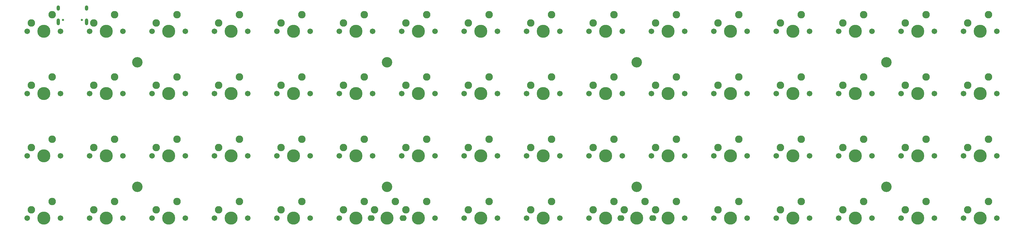
<source format=gbr>
%TF.GenerationSoftware,KiCad,Pcbnew,(6.0.0)*%
%TF.CreationDate,2022-09-01T01:50:03-04:00*%
%TF.ProjectId,HardLight,48617264-4c69-4676-9874-2e6b69636164,Mark 2 Rev F*%
%TF.SameCoordinates,Original*%
%TF.FileFunction,Soldermask,Top*%
%TF.FilePolarity,Negative*%
%FSLAX46Y46*%
G04 Gerber Fmt 4.6, Leading zero omitted, Abs format (unit mm)*
G04 Created by KiCad (PCBNEW (6.0.0)) date 2022-09-01 01:50:03*
%MOMM*%
%LPD*%
G01*
G04 APERTURE LIST*
%ADD10C,0.650000*%
%ADD11O,1.000000X1.600000*%
%ADD12O,1.000000X2.100000*%
%ADD13C,3.987800*%
%ADD14C,1.701800*%
%ADD15C,2.286000*%
%ADD16C,3.200000*%
%ADD17O,2.150000X1.750000*%
G04 APERTURE END LIST*
D10*
%TO.C,J0*%
X50515000Y-77555400D03*
X44735000Y-77555400D03*
D11*
X43305000Y-73905400D03*
D12*
X43305000Y-78085400D03*
D11*
X51945000Y-73905400D03*
D12*
X51945000Y-78085400D03*
%TD*%
D13*
%TO.C,K2*%
X57943750Y-80962500D03*
D14*
X52863750Y-80962500D03*
X63023750Y-80962500D03*
D15*
X60483750Y-75882500D03*
X54133750Y-78422500D03*
%TD*%
D14*
%TO.C,K3*%
X82073750Y-80949800D03*
D13*
X76993750Y-80949800D03*
D14*
X71913750Y-80949800D03*
D15*
X79533750Y-75869800D03*
X73183750Y-78409800D03*
%TD*%
D13*
%TO.C,K6*%
X134143750Y-80962500D03*
D14*
X129063750Y-80962500D03*
X139223750Y-80962500D03*
D15*
X136683750Y-75882500D03*
X130333750Y-78422500D03*
%TD*%
D14*
%TO.C,K7*%
X148113750Y-80962500D03*
X158273750Y-80962500D03*
D13*
X153193750Y-80962500D03*
D15*
X155733750Y-75882500D03*
X149383750Y-78422500D03*
%TD*%
D14*
%TO.C,K8*%
X167163750Y-80962500D03*
X177323750Y-80962500D03*
D13*
X172243750Y-80962500D03*
D15*
X174783750Y-75882500D03*
X168433750Y-78422500D03*
%TD*%
D14*
%TO.C,K9*%
X186213750Y-80962500D03*
D13*
X191293750Y-80962500D03*
D14*
X196373750Y-80962500D03*
D15*
X193833750Y-75882500D03*
X187483750Y-78422500D03*
%TD*%
D14*
%TO.C,K10*%
X205263750Y-80962500D03*
X215423750Y-80962500D03*
D13*
X210343750Y-80962500D03*
D15*
X212883750Y-75882500D03*
X206533750Y-78422500D03*
%TD*%
D14*
%TO.C,K11*%
X224313750Y-80962500D03*
D13*
X229393750Y-80962500D03*
D14*
X234473750Y-80962500D03*
D15*
X231933750Y-75882500D03*
X225583750Y-78422500D03*
%TD*%
D14*
%TO.C,K12*%
X243363750Y-80962500D03*
D13*
X248443750Y-80962500D03*
D14*
X253523750Y-80962500D03*
D15*
X250983750Y-75882500D03*
X244633750Y-78422500D03*
%TD*%
D14*
%TO.C,K13*%
X272573750Y-80962500D03*
D13*
X267493750Y-80962500D03*
D14*
X262413750Y-80962500D03*
D15*
X270033750Y-75882500D03*
X263683750Y-78422500D03*
%TD*%
D13*
%TO.C,K14*%
X286543750Y-80962500D03*
D14*
X291623750Y-80962500D03*
X281463750Y-80962500D03*
D15*
X289083750Y-75882500D03*
X282733750Y-78422500D03*
%TD*%
D13*
%TO.C,K15*%
X305593750Y-80962500D03*
D14*
X300513750Y-80962500D03*
X310673750Y-80962500D03*
D15*
X308133750Y-75882500D03*
X301783750Y-78422500D03*
%TD*%
D14*
%TO.C,K16*%
X319563750Y-80962500D03*
D13*
X324643750Y-80962500D03*
D14*
X329723750Y-80962500D03*
D15*
X327183750Y-75882500D03*
X320833750Y-78422500D03*
%TD*%
D13*
%TO.C,K17*%
X38893750Y-100012500D03*
D14*
X43973750Y-100012500D03*
X33813750Y-100012500D03*
D15*
X41433750Y-94932500D03*
X35083750Y-97472500D03*
%TD*%
D14*
%TO.C,K18*%
X63023750Y-100012500D03*
D13*
X57943750Y-100012500D03*
D14*
X52863750Y-100012500D03*
D15*
X60483750Y-94932500D03*
X54133750Y-97472500D03*
%TD*%
D13*
%TO.C,K19*%
X76993750Y-100012500D03*
D14*
X71913750Y-100012500D03*
X82073750Y-100012500D03*
D15*
X79533750Y-94932500D03*
X73183750Y-97472500D03*
%TD*%
D13*
%TO.C,K22*%
X134143750Y-100012500D03*
D14*
X129063750Y-100012500D03*
X139223750Y-100012500D03*
D15*
X136683750Y-94932500D03*
X130333750Y-97472500D03*
%TD*%
D14*
%TO.C,K23*%
X158273750Y-100012500D03*
X148113750Y-100012500D03*
D13*
X153193750Y-100012500D03*
D15*
X155733750Y-94932500D03*
X149383750Y-97472500D03*
%TD*%
D13*
%TO.C,K24*%
X172243750Y-100012500D03*
D14*
X167163750Y-100012500D03*
X177323750Y-100012500D03*
D15*
X174783750Y-94932500D03*
X168433750Y-97472500D03*
%TD*%
D14*
%TO.C,K25*%
X196373750Y-100012500D03*
X186213750Y-100012500D03*
D13*
X191293750Y-100012500D03*
D15*
X193833750Y-94932500D03*
X187483750Y-97472500D03*
%TD*%
D13*
%TO.C,K26*%
X210343750Y-100012500D03*
D14*
X215423750Y-100012500D03*
X205263750Y-100012500D03*
D15*
X212883750Y-94932500D03*
X206533750Y-97472500D03*
%TD*%
D14*
%TO.C,K27*%
X234473750Y-100012500D03*
D13*
X229393750Y-100012500D03*
D14*
X224313750Y-100012500D03*
D15*
X231933750Y-94932500D03*
X225583750Y-97472500D03*
%TD*%
D13*
%TO.C,K28*%
X248443750Y-100012500D03*
D14*
X243363750Y-100012500D03*
X253523750Y-100012500D03*
D15*
X250983750Y-94932500D03*
X244633750Y-97472500D03*
%TD*%
D13*
%TO.C,K29*%
X267493750Y-100012500D03*
D14*
X262413750Y-100012500D03*
X272573750Y-100012500D03*
D15*
X270033750Y-94932500D03*
X263683750Y-97472500D03*
%TD*%
D14*
%TO.C,K30*%
X281463750Y-100012500D03*
D13*
X286543750Y-100012500D03*
D14*
X291623750Y-100012500D03*
D15*
X289083750Y-94932500D03*
X282733750Y-97472500D03*
%TD*%
D13*
%TO.C,K31*%
X305593750Y-100012500D03*
D14*
X310673750Y-100012500D03*
X300513750Y-100012500D03*
D15*
X308133750Y-94932500D03*
X301783750Y-97472500D03*
%TD*%
D14*
%TO.C,K32*%
X319563750Y-100012500D03*
D13*
X324643750Y-100012500D03*
D14*
X329723750Y-100012500D03*
D15*
X327183750Y-94932500D03*
X320833750Y-97472500D03*
%TD*%
D14*
%TO.C,K33*%
X33813750Y-119062500D03*
D13*
X38893750Y-119062500D03*
D14*
X43973750Y-119062500D03*
D15*
X41433750Y-113982500D03*
X35083750Y-116522500D03*
%TD*%
D14*
%TO.C,K34*%
X52863750Y-119062500D03*
X63023750Y-119062500D03*
D13*
X57943750Y-119062500D03*
D15*
X60483750Y-113982500D03*
X54133750Y-116522500D03*
%TD*%
D14*
%TO.C,K35*%
X82073750Y-119062500D03*
X71913750Y-119062500D03*
D13*
X76993750Y-119062500D03*
D15*
X79533750Y-113982500D03*
X73183750Y-116522500D03*
%TD*%
D14*
%TO.C,K36*%
X90963750Y-119062500D03*
D13*
X96043750Y-119062500D03*
D14*
X101123750Y-119062500D03*
D15*
X98583750Y-113982500D03*
X92233750Y-116522500D03*
%TD*%
D14*
%TO.C,K37*%
X110013750Y-119062500D03*
X120173750Y-119062500D03*
D13*
X115093750Y-119062500D03*
D15*
X117633750Y-113982500D03*
X111283750Y-116522500D03*
%TD*%
D13*
%TO.C,K38*%
X134143750Y-119062500D03*
D14*
X139223750Y-119062500D03*
X129063750Y-119062500D03*
D15*
X136683750Y-113982500D03*
X130333750Y-116522500D03*
%TD*%
D14*
%TO.C,K39*%
X148113750Y-119062500D03*
D13*
X153193750Y-119062500D03*
D14*
X158273750Y-119062500D03*
D15*
X155733750Y-113982500D03*
X149383750Y-116522500D03*
%TD*%
D14*
%TO.C,K40*%
X167163750Y-119062500D03*
X177323750Y-119062500D03*
D13*
X172243750Y-119062500D03*
D15*
X174783750Y-113982500D03*
X168433750Y-116522500D03*
%TD*%
D14*
%TO.C,K41*%
X186213750Y-119062500D03*
D13*
X191293750Y-119062500D03*
D14*
X196373750Y-119062500D03*
D15*
X193833750Y-113982500D03*
X187483750Y-116522500D03*
%TD*%
D14*
%TO.C,K42*%
X205263750Y-119062500D03*
X215423750Y-119062500D03*
D13*
X210343750Y-119062500D03*
D15*
X212883750Y-113982500D03*
X206533750Y-116522500D03*
%TD*%
D13*
%TO.C,K43*%
X229393750Y-119062500D03*
D14*
X224313750Y-119062500D03*
X234473750Y-119062500D03*
D15*
X231933750Y-113982500D03*
X225583750Y-116522500D03*
%TD*%
D14*
%TO.C,K44*%
X253523750Y-119062500D03*
X243363750Y-119062500D03*
D13*
X248443750Y-119062500D03*
D15*
X250983750Y-113982500D03*
X244633750Y-116522500D03*
%TD*%
D13*
%TO.C,K45*%
X267493750Y-119062500D03*
D14*
X262413750Y-119062500D03*
X272573750Y-119062500D03*
D15*
X270033750Y-113982500D03*
X263683750Y-116522500D03*
%TD*%
D13*
%TO.C,K46*%
X286543750Y-119062500D03*
D14*
X281463750Y-119062500D03*
X291623750Y-119062500D03*
D15*
X289083750Y-113982500D03*
X282733750Y-116522500D03*
%TD*%
D13*
%TO.C,K47*%
X305593750Y-119062500D03*
D14*
X310673750Y-119062500D03*
X300513750Y-119062500D03*
D15*
X308133750Y-113982500D03*
X301783750Y-116522500D03*
%TD*%
D14*
%TO.C,K48*%
X319563750Y-119062500D03*
D13*
X324643750Y-119062500D03*
D14*
X329723750Y-119062500D03*
D15*
X327183750Y-113982500D03*
X320833750Y-116522500D03*
%TD*%
D14*
%TO.C,K49*%
X33813750Y-138112500D03*
X43973750Y-138112500D03*
D13*
X38893750Y-138112500D03*
D15*
X41433750Y-133032500D03*
X35083750Y-135572500D03*
%TD*%
D14*
%TO.C,K50*%
X52863750Y-138112500D03*
X63023750Y-138112500D03*
D13*
X57943750Y-138112500D03*
D15*
X60483750Y-133032500D03*
X54133750Y-135572500D03*
%TD*%
D14*
%TO.C,K51*%
X71913750Y-138112500D03*
D13*
X76993750Y-138112500D03*
D14*
X82073750Y-138112500D03*
D15*
X79533750Y-133032500D03*
X73183750Y-135572500D03*
%TD*%
D14*
%TO.C,K52*%
X101123750Y-138112500D03*
D13*
X96043750Y-138112500D03*
D14*
X90963750Y-138112500D03*
D15*
X98583750Y-133032500D03*
X92233750Y-135572500D03*
%TD*%
D13*
%TO.C,K53*%
X115093750Y-138112500D03*
D14*
X120173750Y-138112500D03*
X110013750Y-138112500D03*
D15*
X117633750Y-133032500D03*
X111283750Y-135572500D03*
%TD*%
D13*
%TO.C,K54*%
X134143750Y-138112500D03*
D14*
X129063750Y-138112500D03*
D15*
X136683750Y-133032500D03*
X130333750Y-135572500D03*
%TD*%
D14*
%TO.C,K55*%
X158273750Y-138112500D03*
D13*
X153193750Y-138112500D03*
D15*
X155733750Y-133032500D03*
X149383750Y-135572500D03*
%TD*%
D14*
%TO.C,K56*%
X167163750Y-138112500D03*
X177323750Y-138112500D03*
D13*
X172243750Y-138112500D03*
D15*
X174783750Y-133032500D03*
X168433750Y-135572500D03*
%TD*%
D13*
%TO.C,K57*%
X191293750Y-138112500D03*
D14*
X186213750Y-138112500D03*
X196373750Y-138112500D03*
D15*
X193833750Y-133032500D03*
X187483750Y-135572500D03*
%TD*%
D14*
%TO.C,K58*%
X205263750Y-138112500D03*
D13*
X210343750Y-138112500D03*
D15*
X212883750Y-133032500D03*
X206533750Y-135572500D03*
%TD*%
D14*
%TO.C,K59*%
X234473750Y-138112500D03*
D13*
X229393750Y-138112500D03*
D15*
X231933750Y-133032500D03*
X225583750Y-135572500D03*
%TD*%
D13*
%TO.C,K60*%
X248443750Y-138112500D03*
D14*
X253523750Y-138112500D03*
X243363750Y-138112500D03*
D15*
X250983750Y-133032500D03*
X244633750Y-135572500D03*
%TD*%
D14*
%TO.C,K61*%
X262413750Y-138112500D03*
D13*
X267493750Y-138112500D03*
D14*
X272573750Y-138112500D03*
D15*
X270033750Y-133032500D03*
X263683750Y-135572500D03*
%TD*%
D13*
%TO.C,K62*%
X286543750Y-138112500D03*
D14*
X281463750Y-138112500D03*
X291623750Y-138112500D03*
D15*
X289083750Y-133032500D03*
X282733750Y-135572500D03*
%TD*%
D14*
%TO.C,K63*%
X310673750Y-138112500D03*
X300513750Y-138112500D03*
D13*
X305593750Y-138112500D03*
D15*
X308133750Y-133032500D03*
X301783750Y-135572500D03*
%TD*%
D13*
%TO.C,K64*%
X324643750Y-138112500D03*
D14*
X329723750Y-138112500D03*
X319563750Y-138112500D03*
D15*
X327183750Y-133032500D03*
X320833750Y-135572500D03*
%TD*%
D14*
%TO.C,K1*%
X33813750Y-80962500D03*
D13*
X38893750Y-80962500D03*
D14*
X43973750Y-80962500D03*
D15*
X41433750Y-75882500D03*
X35083750Y-78422500D03*
%TD*%
D16*
%TO.C,H1*%
X67468750Y-90481800D03*
%TD*%
%TO.C,H2*%
X143668750Y-90487500D03*
%TD*%
%TO.C,H3*%
X219868750Y-90481800D03*
%TD*%
%TO.C,H4*%
X296063950Y-90481800D03*
%TD*%
%TO.C,H5*%
X67468750Y-128579400D03*
%TD*%
%TO.C,H6*%
X143668750Y-128585100D03*
%TD*%
D13*
%TO.C,K4*%
X96043750Y-80962500D03*
D14*
X101123750Y-80962500D03*
X90963750Y-80962500D03*
D15*
X98583750Y-75882500D03*
X92233750Y-78422500D03*
%TD*%
D13*
%TO.C,K5*%
X115093750Y-80962500D03*
D14*
X120173750Y-80962500D03*
X110013750Y-80962500D03*
D15*
X117633750Y-75882500D03*
X111283750Y-78422500D03*
%TD*%
D14*
%TO.C,K21*%
X120173750Y-100012500D03*
X110013750Y-100012500D03*
D13*
X115093750Y-100012500D03*
D15*
X117633750Y-94932500D03*
X111283750Y-97472500D03*
%TD*%
D14*
%TO.C,K20*%
X101123750Y-100012500D03*
D13*
X96043750Y-100012500D03*
D14*
X90963750Y-100012500D03*
D15*
X98583750Y-94932500D03*
X92233750Y-97472500D03*
%TD*%
D13*
%TO.C,K54.1*%
X143668750Y-138112500D03*
D17*
X138808750Y-138112500D03*
X148518750Y-138102500D03*
D15*
X146208750Y-133032500D03*
X139858750Y-135572500D03*
%TD*%
D16*
%TO.C,H7*%
X219868750Y-128579400D03*
%TD*%
%TO.C,H8*%
X296063950Y-128579400D03*
%TD*%
D17*
%TO.C,K58.1*%
X224728750Y-138102500D03*
X215018750Y-138112500D03*
D13*
X219868750Y-138112500D03*
D15*
X222408750Y-133032500D03*
X216058750Y-135572500D03*
%TD*%
M02*

</source>
